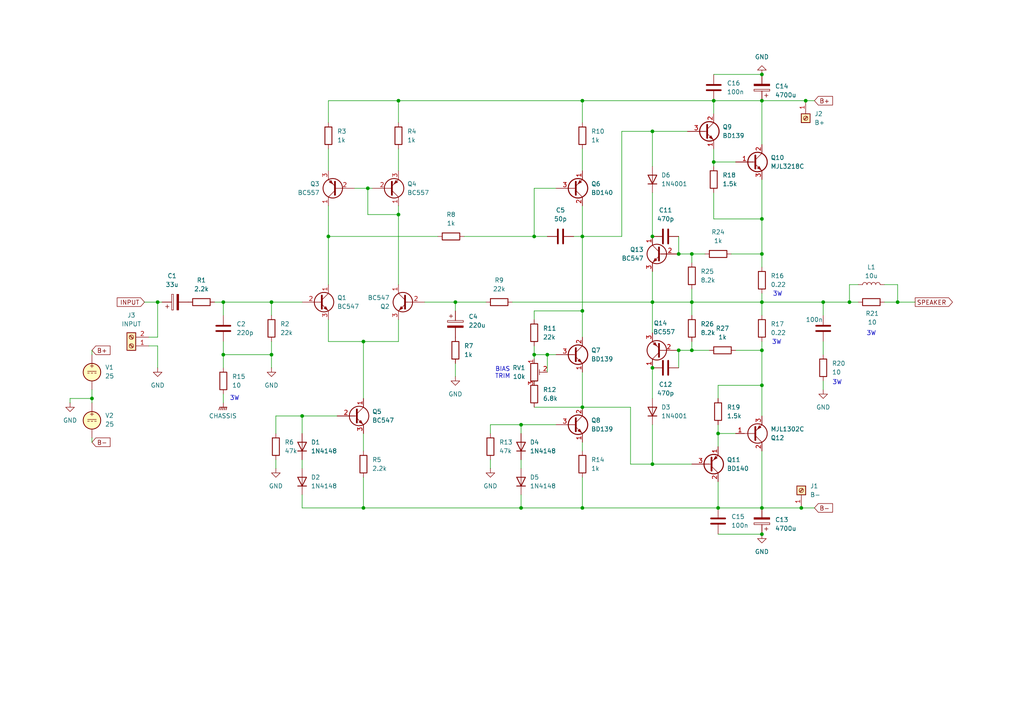
<source format=kicad_sch>
(kicad_sch (version 20231120) (generator "eeschema") (generator_version "8.0")
  (paper "A4")
  (lib_symbols
    (symbol "Connector:Screw_Terminal_01x01" (pin_names (offset 1.016) hide)
      (property "Reference" "J" (at 0 2.54 0))
      (property "Value" "Screw_Terminal_01x01" (at 0 -2.54 0))
      (symbol "Screw_Terminal_01x01_1_1"
        (pin passive line (at -5.08 0 0) (length 3.81) (name "Pin_1") (number "1"))
      )
    )
    (symbol "Connector:Screw_Terminal_01x02" (pin_names (offset 1.016) hide)
      (property "Reference" "J" (at 0 2.54 0))
      (property "Value" "Screw_Terminal_01x02" (at 0 -5.08 0))
      (symbol "Screw_Terminal_01x02_1_1"
        (pin passive line (at -5.08 0 0) (length 3.81) (name "Pin_1") (number "1"))
        (pin passive line (at -5.08 -2.54 0) (length 3.81) (name "Pin_2") (number "2"))
      )
    )
    (symbol "Custom:MJL1302C" (pin_names hide)
      (property "Reference" "Q" (at 3.81 1.016 0))
      (property "Value" "MJL1302C" (at 7.874 -1.27 0))
      (symbol "MJL1302C_1_1"
        (pin input line (at -6.35 0 0) (length 2.54) (name "B") (number "1"))
        (pin open_collector line (at 1.27 5.08 270) (length 2.54) (name "C") (number "2"))
        (pin open_emitter line (at 1.27 -5.08 90) (length 2.54) (name "E") (number "3"))
      )
    )
    (symbol "Custom:MJL3218C" (pin_names hide)
      (property "Reference" "Q" (at 5.842 -2.286 0))
      (property "Value" "MJL3281C" (at 9.906 -4.318 0))
      (property "Sim.Library" "C:\\proj\\classab-amp\\spice\\bjt.mod" (at 0 0 0))
      (property "Sim.Name" "MJL3281C" (at 0 0 0))
      (property "Sim.Device" "NPN" (at 0 0 0))
      (property "Sim.Type" "GUMMELPOON" (at 0 0 0))
      (property "Sim.Pins" "1=C 2=B 3=E" (at 0 0 0))
      (symbol "MJL3218C_1_1"
        (pin passive line (at -5.08 -3.81 0) (length 5.08) (name "B") (number "1"))
        (pin passive line (at 2.54 1.27 270) (length 2.54) (name "C") (number "2"))
        (pin passive line (at 2.54 -8.89 90) (length 2.54) (name "E") (number "3"))
      )
    )
    (symbol "Device:C" (pin_numbers hide) (pin_names (offset 0.254))
      (property "Reference" "C" (at 0.635 2.54 0))
      (property "Value" "C" (at 0.635 -2.54 0))
      (symbol "C_1_1"
        (pin passive line (at 0 3.81 270) (length 2.794) (name "~") (number "1"))
        (pin passive line (at 0 -3.81 90) (length 2.794) (name "~") (number "2"))
      )
    )
    (symbol "Device:C_Polarized" (pin_numbers hide) (pin_names (offset 0.254))
      (property "Reference" "C" (at 0.635 2.54 0))
      (property "Value" "C_Polarized" (at 0.635 -2.54 0))
      (symbol "C_Polarized_1_1"
        (pin passive line (at 0 3.81 270) (length 2.794) (name "~") (number "1"))
        (pin passive line (at 0 -3.81 90) (length 2.794) (name "~") (number "2"))
      )
    )
    (symbol "Device:L" (pin_numbers hide) (pin_names (offset 1.016) hide)
      (property "Reference" "L" (at -1.27 0 90))
      (property "Value" "L" (at 1.905 0 90))
      (symbol "L_1_1"
        (pin passive line (at 0 3.81 270) (length 1.27) (name "1") (number "1"))
        (pin passive line (at 0 -3.81 90) (length 1.27) (name "2") (number "2"))
      )
    )
    (symbol "Device:R" (pin_numbers hide) (pin_names (offset 0))
      (property "Reference" "R" (at 2.032 0 90))
      (property "Value" "R" (at 0 0 90))
      (symbol "R_1_1"
        (pin passive line (at 0 3.81 270) (length 1.27) (name "~") (number "1"))
        (pin passive line (at 0 -3.81 90) (length 1.27) (name "~") (number "2"))
      )
    )
    (symbol "Device:R_Potentiometer_Trim" (pin_names (offset 1.016) hide)
      (property "Reference" "RV" (at -4.445 0 90))
      (property "Value" "R_Potentiometer_Trim" (at -2.54 0 90))
      (symbol "R_Potentiometer_Trim_1_1"
        (pin passive line (at 0 3.81 270) (length 1.27) (name "1") (number "1"))
        (pin passive line (at 3.81 0 180) (length 1.27) (name "2") (number "2"))
        (pin passive line (at 0 -3.81 90) (length 1.27) (name "3") (number "3"))
      )
    )
    (symbol "Diode:1N4001" (pin_numbers hide) (pin_names hide)
      (property "Reference" "D" (at 0 2.54 0))
      (property "Value" "1N4001" (at 0 -2.54 0))
      (symbol "1N4001_1_1"
        (pin passive line (at -3.81 0 0) (length 2.54) (name "K") (number "1"))
        (pin passive line (at 3.81 0 180) (length 2.54) (name "A") (number "2"))
      )
    )
    (symbol "Diode:1N4148" (pin_numbers hide) (pin_names hide)
      (property "Reference" "D" (at 0 2.54 0))
      (property "Value" "1N4148" (at 0 -2.54 0))
      (symbol "1N4148_1_1"
        (pin passive line (at -3.81 0 0) (length 2.54) (name "K") (number "1"))
        (pin passive line (at 3.81 0 180) (length 2.54) (name "A") (number "2"))
      )
    )
    (symbol "Simulation_SPICE:VDC" (pin_numbers hide) (pin_names (offset 0.0254))
      (property "Reference" "V" (at 2.54 2.54 0))
      (property "Value" "1" (at 2.54 0 0))
      (symbol "VDC_0_0"
        (text "+" (at 0 1.905 0) (effects (font (size 1.27 1.27))))
      )
      (symbol "VDC_1_1"
        (pin passive line (at 0 5.08 270) (length 2.54) (name "~") (number "1"))
        (pin passive line (at 0 -5.08 90) (length 2.54) (name "~") (number "2"))
      )
    )
    (symbol "Transistor_BJT:BC547" (pin_names (offset 0) hide)
      (property "Reference" "Q" (at 5.08 1.905 0))
      (property "Value" "BC547" (at 5.08 0 0))
      (symbol "BC547_1_1"
        (pin passive line (at 2.54 5.08 270) (length 2.54) (name "C") (number "1"))
        (pin input line (at -5.08 0 0) (length 5.08) (name "B") (number "2"))
        (pin passive line (at 2.54 -5.08 90) (length 2.54) (name "E") (number "3"))
      )
    )
    (symbol "Transistor_BJT:BC557" (pin_names (offset 0) hide)
      (property "Reference" "Q" (at 5.08 1.905 0))
      (property "Value" "BC557" (at 5.08 0 0))
      (symbol "BC557_1_1"
        (pin passive line (at 2.54 5.08 270) (length 2.54) (name "C") (number "1"))
        (pin input line (at -5.08 0 0) (length 5.715) (name "B") (number "2"))
        (pin passive line (at 2.54 -5.08 90) (length 2.54) (name "E") (number "3"))
      )
    )
    (symbol "Transistor_BJT:BD139" (pin_names (offset 0) hide)
      (property "Reference" "Q" (at 5.08 1.905 0))
      (property "Value" "BD139" (at 5.08 0 0))
      (symbol "BD139_1_1"
        (pin passive line (at 2.54 -5.08 90) (length 2.54) (name "E") (number "1"))
        (pin passive line (at 2.54 5.08 270) (length 2.54) (name "C") (number "2"))
        (pin input line (at -5.08 0 0) (length 5.08) (name "B") (number "3"))
      )
    )
    (symbol "Transistor_BJT:BD140" (pin_names (offset 0) hide)
      (property "Reference" "Q" (at 5.08 1.905 0))
      (property "Value" "BD140" (at 5.08 0 0))
      (symbol "BD140_1_1"
        (pin passive line (at 2.54 -5.08 90) (length 2.54) (name "E") (number "1"))
        (pin passive line (at 2.54 5.08 270) (length 2.54) (name "C") (number "2"))
        (pin input line (at -5.08 0 0) (length 5.08) (name "B") (number "3"))
      )
    )
    (symbol "power:GND" (power) (pin_numbers hide) (pin_names (offset 0) hide)
      (property "Value" "GND" (at 0 -3.81 0))
      (symbol "GND_1_1"
        (pin power_in line (at 0 0 270) (length 0) (name "~") (number "1"))
      )
    )
    (symbol "power:GNDPWR" (power) (pin_numbers hide) (pin_names (offset 0) hide)
      (property "Value" "GNDPWR" (at 0 -3.302 0))
      (symbol "GNDPWR_1_1"
        (pin power_in line (at 0 0 270) (length 0) (name "~") (number "1"))
      )
    )
  )
  (junction (at 151.13 123.19))
  (junction (at 207.01 46.99))
  (junction (at 196.85 73.66))
  (junction (at 200.66 87.63))
  (junction (at 168.91 90.17))
  (junction (at 105.41 147.32))
  (junction (at 232.41 147.32))
  (junction (at 208.28 125.73))
  (junction (at 45.72 87.63))
  (junction (at 220.98 87.63))
  (junction (at 208.28 147.32))
  (junction (at 200.66 101.6))
  (junction (at 115.57 62.23))
  (junction (at 189.23 134.62))
  (junction (at 220.98 111.76))
  (junction (at 189.23 38.1))
  (junction (at 260.35 87.63))
  (junction (at 168.91 68.58))
  (junction (at 189.23 106.68))
  (junction (at 154.94 102.87))
  (junction (at 78.74 87.63))
  (junction (at 200.66 73.66))
  (junction (at 26.67 115.57))
  (junction (at 168.91 147.32))
  (junction (at 189.23 87.63))
  (junction (at 233.68 29.21))
  (junction (at 168.91 29.21))
  (junction (at 95.25 68.58))
  (junction (at 220.98 154.94))
  (junction (at 246.38 87.63))
  (junction (at 196.85 101.6))
  (junction (at 220.98 73.66))
  (junction (at 115.57 29.21))
  (junction (at 220.98 29.21))
  (junction (at 106.68 54.61))
  (junction (at 154.94 68.58))
  (junction (at 220.98 101.6))
  (junction (at 220.98 63.5))
  (junction (at 220.98 21.59))
  (junction (at 105.41 99.06))
  (junction (at 64.77 102.87))
  (junction (at 87.63 120.65))
  (junction (at 158.75 102.87))
  (junction (at 132.08 87.63))
  (junction (at 189.23 68.58))
  (junction (at 220.98 147.32))
  (junction (at 78.74 102.87))
  (junction (at 207.01 29.21))
  (junction (at 168.91 118.11))
  (junction (at 64.77 87.63))
  (junction (at 238.76 87.63))
  (junction (at 151.13 147.32))
  (wire (pts (xy 105.41 125.73) (xy 105.41 130.81)))
  (wire (pts (xy 106.68 54.61) (xy 107.95 54.61)))
  (wire (pts (xy 45.72 100.33) (xy 45.72 106.68)))
  (wire (pts (xy 105.41 147.32) (xy 151.13 147.32)))
  (wire (pts (xy 208.28 147.32) (xy 220.98 147.32)))
  (wire (pts (xy 168.91 35.56) (xy 168.91 29.21)))
  (wire (pts (xy 208.28 154.94) (xy 220.98 154.94)))
  (wire (pts (xy 105.41 147.32) (xy 87.63 147.32)))
  (wire (pts (xy 189.23 55.88) (xy 189.23 68.58)))
  (wire (pts (xy 168.91 107.95) (xy 168.91 118.11)))
  (wire (pts (xy 45.72 87.63) (xy 46.99 87.63)))
  (wire (pts (xy 97.79 120.65) (xy 87.63 120.65)))
  (wire (pts (xy 115.57 62.23) (xy 115.57 82.55)))
  (wire (pts (xy 26.67 115.57) (xy 26.67 116.84)))
  (wire (pts (xy 189.23 78.74) (xy 189.23 87.63)))
  (wire (pts (xy 102.87 54.61) (xy 106.68 54.61)))
  (wire (pts (xy 64.77 87.63) (xy 64.77 91.44)))
  (wire (pts (xy 212.09 73.66) (xy 220.98 73.66)))
  (wire (pts (xy 78.74 87.63) (xy 87.63 87.63)))
  (wire (pts (xy 220.98 63.5) (xy 220.98 73.66)))
  (wire (pts (xy 95.25 29.21) (xy 115.57 29.21)))
  (wire (pts (xy 200.66 99.06) (xy 200.66 101.6)))
  (wire (pts (xy 220.98 87.63) (xy 238.76 87.63)))
  (wire (pts (xy 256.54 82.55) (xy 260.35 82.55)))
  (wire (pts (xy 168.91 29.21) (xy 207.01 29.21)))
  (wire (pts (xy 148.59 87.63) (xy 189.23 87.63)))
  (wire (pts (xy 220.98 87.63) (xy 220.98 91.44)))
  (wire (pts (xy 95.25 35.56) (xy 95.25 29.21)))
  (wire (pts (xy 158.75 102.87) (xy 158.75 107.95)))
  (wire (pts (xy 238.76 110.49) (xy 238.76 113.03)))
  (wire (pts (xy 78.74 102.87) (xy 78.74 99.06)))
  (wire (pts (xy 232.41 147.32) (xy 236.22 147.32)))
  (wire (pts (xy 105.41 99.06) (xy 105.41 115.57)))
  (wire (pts (xy 246.38 82.55) (xy 246.38 87.63)))
  (wire (pts (xy 208.28 111.76) (xy 220.98 111.76)))
  (wire (pts (xy 180.34 38.1) (xy 189.23 38.1)))
  (wire (pts (xy 43.18 97.79) (xy 45.72 97.79)))
  (wire (pts (xy 64.77 102.87) (xy 78.74 102.87)))
  (wire (pts (xy 115.57 59.69) (xy 115.57 62.23)))
  (wire (pts (xy 41.91 87.63) (xy 45.72 87.63)))
  (wire (pts (xy 78.74 102.87) (xy 78.74 106.68)))
  (wire (pts (xy 134.62 68.58) (xy 154.94 68.58)))
  (wire (pts (xy 154.94 100.33) (xy 154.94 102.87)))
  (wire (pts (xy 26.67 101.6) (xy 26.67 102.87)))
  (wire (pts (xy 154.94 104.14) (xy 154.94 102.87)))
  (wire (pts (xy 182.88 134.62) (xy 189.23 134.62)))
  (wire (pts (xy 248.92 82.55) (xy 246.38 82.55)))
  (wire (pts (xy 62.23 87.63) (xy 64.77 87.63)))
  (wire (pts (xy 154.94 90.17) (xy 168.91 90.17)))
  (wire (pts (xy 95.25 43.18) (xy 95.25 49.53)))
  (wire (pts (xy 220.98 29.21) (xy 233.68 29.21)))
  (wire (pts (xy 189.23 106.68) (xy 189.23 115.57)))
  (wire (pts (xy 168.91 138.43) (xy 168.91 147.32)))
  (wire (pts (xy 45.72 87.63) (xy 45.72 97.79)))
  (wire (pts (xy 168.91 90.17) (xy 168.91 97.79)))
  (wire (pts (xy 238.76 99.06) (xy 238.76 102.87)))
  (wire (pts (xy 87.63 143.51) (xy 87.63 147.32)))
  (wire (pts (xy 189.23 134.62) (xy 200.66 134.62)))
  (wire (pts (xy 220.98 101.6) (xy 220.98 111.76)))
  (wire (pts (xy 196.85 101.6) (xy 200.66 101.6)))
  (wire (pts (xy 151.13 143.51) (xy 151.13 147.32)))
  (wire (pts (xy 220.98 130.81) (xy 220.98 147.32)))
  (wire (pts (xy 80.01 120.65) (xy 87.63 120.65)))
  (wire (pts (xy 200.66 73.66) (xy 200.66 76.2)))
  (wire (pts (xy 78.74 87.63) (xy 78.74 91.44)))
  (wire (pts (xy 220.98 73.66) (xy 220.98 77.47)))
  (wire (pts (xy 80.01 125.73) (xy 80.01 120.65)))
  (wire (pts (xy 151.13 133.35) (xy 151.13 135.89)))
  (wire (pts (xy 238.76 87.63) (xy 246.38 87.63)))
  (wire (pts (xy 87.63 133.35) (xy 87.63 135.89)))
  (wire (pts (xy 26.67 127) (xy 26.67 128.27)))
  (wire (pts (xy 168.91 68.58) (xy 168.91 90.17)))
  (wire (pts (xy 189.23 87.63) (xy 189.23 96.52)))
  (wire (pts (xy 26.67 113.03) (xy 26.67 115.57)))
  (wire (pts (xy 207.01 46.99) (xy 207.01 48.26)))
  (wire (pts (xy 196.85 73.66) (xy 200.66 73.66)))
  (wire (pts (xy 154.94 118.11) (xy 168.91 118.11)))
  (wire (pts (xy 95.25 59.69) (xy 95.25 68.58)))
  (wire (pts (xy 154.94 92.71) (xy 154.94 90.17)))
  (wire (pts (xy 207.01 43.18) (xy 207.01 46.99)))
  (wire (pts (xy 260.35 87.63) (xy 265.43 87.63)))
  (wire (pts (xy 132.08 87.63) (xy 132.08 90.17)))
  (wire (pts (xy 43.18 100.33) (xy 45.72 100.33)))
  (wire (pts (xy 168.91 118.11) (xy 182.88 118.11)))
  (wire (pts (xy 208.28 111.76) (xy 208.28 115.57)))
  (wire (pts (xy 260.35 82.55) (xy 260.35 87.63)))
  (wire (pts (xy 168.91 68.58) (xy 180.34 68.58)))
  (wire (pts (xy 220.98 85.09) (xy 220.98 87.63)))
  (wire (pts (xy 208.28 125.73) (xy 213.36 125.73)))
  (wire (pts (xy 208.28 139.7) (xy 208.28 147.32)))
  (wire (pts (xy 123.19 87.63) (xy 132.08 87.63)))
  (wire (pts (xy 105.41 138.43) (xy 105.41 147.32)))
  (wire (pts (xy 189.23 38.1) (xy 199.39 38.1)))
  (wire (pts (xy 182.88 118.11) (xy 182.88 134.62)))
  (wire (pts (xy 20.32 116.84) (xy 20.32 115.57)))
  (wire (pts (xy 189.23 123.19) (xy 189.23 134.62)))
  (wire (pts (xy 196.85 68.58) (xy 196.85 73.66)))
  (wire (pts (xy 115.57 43.18) (xy 115.57 49.53)))
  (wire (pts (xy 168.91 147.32) (xy 151.13 147.32)))
  (wire (pts (xy 168.91 29.21) (xy 115.57 29.21)))
  (wire (pts (xy 95.25 68.58) (xy 95.25 82.55)))
  (wire (pts (xy 200.66 101.6) (xy 205.74 101.6)))
  (wire (pts (xy 208.28 125.73) (xy 208.28 123.19)))
  (wire (pts (xy 220.98 111.76) (xy 220.98 120.65)))
  (wire (pts (xy 200.66 73.66) (xy 204.47 73.66)))
  (wire (pts (xy 20.32 115.57) (xy 26.67 115.57)))
  (wire (pts (xy 207.01 63.5) (xy 220.98 63.5)))
  (wire (pts (xy 168.91 59.69) (xy 168.91 68.58)))
  (wire (pts (xy 154.94 54.61) (xy 161.29 54.61)))
  (wire (pts (xy 105.41 99.06) (xy 115.57 99.06)))
  (wire (pts (xy 132.08 87.63) (xy 140.97 87.63)))
  (wire (pts (xy 64.77 114.3) (xy 64.77 116.84)))
  (wire (pts (xy 154.94 68.58) (xy 158.75 68.58)))
  (wire (pts (xy 132.08 105.41) (xy 132.08 109.22)))
  (wire (pts (xy 196.85 101.6) (xy 196.85 106.68)))
  (wire (pts (xy 166.37 68.58) (xy 168.91 68.58)))
  (wire (pts (xy 180.34 68.58) (xy 180.34 38.1)))
  (wire (pts (xy 200.66 87.63) (xy 220.98 87.63)))
  (wire (pts (xy 95.25 92.71) (xy 95.25 99.06)))
  (wire (pts (xy 161.29 123.19) (xy 151.13 123.19)))
  (wire (pts (xy 213.36 101.6) (xy 220.98 101.6)))
  (wire (pts (xy 189.23 87.63) (xy 200.66 87.63)))
  (wire (pts (xy 168.91 128.27) (xy 168.91 130.81)))
  (wire (pts (xy 256.54 87.63) (xy 260.35 87.63)))
  (wire (pts (xy 64.77 87.63) (xy 78.74 87.63)))
  (wire (pts (xy 154.94 68.58) (xy 154.94 54.61)))
  (wire (pts (xy 233.68 29.21) (xy 236.22 29.21)))
  (wire (pts (xy 154.94 102.87) (xy 158.75 102.87)))
  (wire (pts (xy 154.94 111.76) (xy 154.94 110.49)))
  (wire (pts (xy 168.91 147.32) (xy 208.28 147.32)))
  (wire (pts (xy 220.98 147.32) (xy 232.41 147.32)))
  (wire (pts (xy 168.91 43.18) (xy 168.91 49.53)))
  (wire (pts (xy 115.57 99.06) (xy 115.57 92.71)))
  (wire (pts (xy 220.98 29.21) (xy 220.98 41.91)))
  (wire (pts (xy 200.66 83.82) (xy 200.66 87.63)))
  (wire (pts (xy 200.66 87.63) (xy 200.66 91.44)))
  (wire (pts (xy 208.28 129.54) (xy 208.28 125.73)))
  (wire (pts (xy 87.63 120.65) (xy 87.63 125.73)))
  (wire (pts (xy 95.25 68.58) (xy 127 68.58)))
  (wire (pts (xy 64.77 99.06) (xy 64.77 102.87)))
  (wire (pts (xy 207.01 29.21) (xy 220.98 29.21)))
  (wire (pts (xy 246.38 87.63) (xy 248.92 87.63)))
  (wire (pts (xy 115.57 29.21) (xy 115.57 35.56)))
  (wire (pts (xy 220.98 99.06) (xy 220.98 101.6)))
  (wire (pts (xy 142.24 125.73) (xy 142.24 123.19)))
  (wire (pts (xy 106.68 62.23) (xy 115.57 62.23)))
  (wire (pts (xy 80.01 135.89) (xy 80.01 133.35)))
  (wire (pts (xy 158.75 102.87) (xy 161.29 102.87)))
  (wire (pts (xy 207.01 29.21) (xy 207.01 33.02)))
  (wire (pts (xy 64.77 106.68) (xy 64.77 102.87)))
  (wire (pts (xy 207.01 55.88) (xy 207.01 63.5)))
  (wire (pts (xy 207.01 46.99) (xy 213.36 46.99)))
  (wire (pts (xy 142.24 135.89) (xy 142.24 133.35)))
  (wire (pts (xy 106.68 54.61) (xy 106.68 62.23)))
  (wire (pts (xy 220.98 52.07) (xy 220.98 63.5)))
  (wire (pts (xy 151.13 123.19) (xy 151.13 125.73)))
  (wire (pts (xy 142.24 123.19) (xy 151.13 123.19)))
  (wire (pts (xy 189.23 38.1) (xy 189.23 48.26)))
  (wire (pts (xy 238.76 87.63) (xy 238.76 91.44)))
  (wire (pts (xy 95.25 99.06) (xy 105.41 99.06)))
  (wire (pts (xy 207.01 21.59) (xy 220.98 21.59)))
  (text "3W" (at 242.824 110.998 0) (effects (font (size 1.27 1.27))))
  (text "3W" (at 68.072 115.57 0) (effects (font (size 1.27 1.27))))
  (text "3W" (at 225.552 85.344 0) (effects (font (size 1.27 1.27))))
  (text "BIAS\nTRIM" (at 145.796 108.204 0) (effects (font (size 1.27 1.27))))
  (text "3W" (at 225.298 99.314 0) (effects (font (size 1.27 1.27))))
  (text "3W" (at 252.73 96.774 0) (effects (font (size 1.27 1.27))))
  (global_label "B-" (shape input) (at 236.22 147.32 0) (property "Intersheetrefs" "${INTERSHEET_REFS}" (effects (hide yes))))
  (global_label "B-" (shape input) (at 26.67 128.27 0) (property "Intersheetrefs" "${INTERSHEET_REFS}" (effects (hide yes))))
  (global_label "B+" (shape input) (at 236.22 29.21 0) (property "Intersheetrefs" "${INTERSHEET_REFS}" (effects (hide yes))))
  (global_label "SPEAKER" (shape output) (at 265.43 87.63 0) (property "Intersheetrefs" "${INTERSHEET_REFS}" (effects (hide yes))))
  (global_label "INPUT" (shape input) (at 41.91 87.63 180) (property "Intersheetrefs" "${INTERSHEET_REFS}" (effects (hide yes))))
  (global_label "B+" (shape input) (at 26.67 101.6 0) (property "Intersheetrefs" "${INTERSHEET_REFS}" (effects (hide yes))))
  (symbol (lib_id "Device:R") (at 220.98 81.28 0) (unit 1)
    (property "Reference" "R16" (at 223.52 80.0099 0) (effects (justify left)))
    (property "Value" "0.22" (at 223.52 82.5499 0) (effects (justify left)))
    (property "Footprint" "Resistor_THT:R_Axial_DIN0414_L11.9mm_D4.5mm_P15.24mm_Horizontal" (effects (hide yes)))
    (property "Description" "Resistor" (effects (hide yes)))
  )
  (symbol (lib_id "Transistor_BJT:BD140") (at 166.37 54.61 0) (mirror x) (unit 1)
    (property "Reference" "Q6" (at 171.45 53.3399 0) (effects (justify left)))
    (property "Value" "BD140" (at 171.45 55.8799 0) (effects (justify left)))
    (property "Footprint" "Package_TO_SOT_THT:TO-126-3_Vertical" (effects (hide yes)))
    (property "Datasheet" "http://www.st.com/internet/com/TECHNICAL_RESOURCES/TECHNICAL_LITERATURE/DATASHEET/CD00001225.pdf" (effects (hide yes)))
    (property "Description" "1.5A Ic, 80V Vce, Low Voltage Transistor, TO-126" (effects (hide yes)))
  )
  (symbol (lib_id "Device:C_Polarized") (at 220.98 151.13 180) (unit 1)
    (property "Reference" "C13" (at 224.79 150.7489 0) (effects (justify right)))
    (property "Value" "4700u" (at 224.79 153.2889 0) (effects (justify right)))
    (property "Footprint" "Capacitor_THT:CP_Radial_D18.0mm_P7.50mm" (effects (hide yes)))
    (property "Description" "Polarized capacitor" (effects (hide yes)))
  )
  (symbol (lib_id "Device:C") (at 193.04 106.68 90) (unit 1)
    (property "Reference" "C12" (at 193.04 111.506 90))
    (property "Value" "470p" (at 193.04 114.046 90))
    (property "Footprint" "Capacitor_THT:C_Rect_L7.2mm_W3.0mm_P5.00mm_FKS2_FKP2_MKS2_MKP2" (effects (hide yes)))
    (property "Description" "Unpolarized capacitor" (effects (hide yes)))
  )
  (symbol (lib_id "Device:R") (at 209.55 101.6 90) (unit 1)
    (property "Reference" "R27" (at 209.55 95.25 90))
    (property "Value" "1k" (at 209.55 97.79 90))
    (property "Footprint" "Resistor_THT:R_Axial_DIN0204_L3.6mm_D1.6mm_P7.62mm_Horizontal" (effects (hide yes)))
    (property "Description" "Resistor" (effects (hide yes)))
  )
  (symbol (lib_id "Device:R") (at 200.66 95.25 0) (unit 1)
    (property "Reference" "R26" (at 203.2 93.9799 0) (effects (justify left)))
    (property "Value" "8.2k" (at 203.2 96.5199 0) (effects (justify left)))
    (property "Footprint" "Resistor_THT:R_Axial_DIN0204_L3.6mm_D1.6mm_P7.62mm_Horizontal" (effects (hide yes)))
    (property "Description" "Resistor" (effects (hide yes)))
  )
  (symbol (lib_id "Diode:1N4148") (at 151.13 129.54 90) (unit 1)
    (property "Reference" "D4" (at 153.67 128.2699 90) (effects (justify right)))
    (property "Value" "1N4148" (at 153.67 130.8099 90) (effects (justify right)))
    (property "Footprint" "Diode_THT:D_DO-35_SOD27_P7.62mm_Horizontal" (effects (hide yes)))
    (property "Datasheet" "https://assets.nexperia.com/documents/data-sheet/1N4148_1N4448.pdf" (effects (hide yes)))
    (property "Description" "100V 0.15A standard switching diode, DO-35" (effects (hide yes)))
    (property "Sim.Device" "D" (effects (hide yes)))
    (property "Sim.Pins" "1=K 2=A" (effects (hide yes)))
  )
  (symbol (lib_id "Device:R_Potentiometer_Trim") (at 154.94 107.95 0) (unit 1)
    (property "Reference" "RV1" (at 152.4 106.6799 0) (effects (justify right)))
    (property "Value" "10k" (at 152.4 109.2199 0) (effects (justify right)))
    (property "Footprint" "footprints:TRIM_T93YA103KT20" (effects (hide yes)))
    (property "Description" "Trim-potentiometer" (effects (hide yes)))
  )
  (symbol (lib_id "Custom:MJL1302C") (at 219.71 125.73 0) (mirror x) (unit 1)
    (property "Reference" "Q12" (at 223.52 127.0001 0) (effects (justify left)))
    (property "Value" "MJL1302C" (at 223.52 124.4601 0) (effects (justify left)))
    (property "Footprint" "Package_TO_SOT_THT:TO-264-3_Vertical" (effects (hide yes)))
    (property "Sim.Library" "C:\\proj\\classab-amp\\spice\\bjt.mod" (effects (hide yes)))
    (property "Sim.Name" "MJL1302C" (effects (hide yes)))
    (property "Sim.Device" "PNP" (effects (hide yes)))
    (property "Sim.Type" "GUMMELPOON" (effects (hide yes)))
    (property "Sim.Pins" "1=B 2=C 3=B" (effects (hide yes)))
  )
  (symbol (lib_id "Device:R") (at 220.98 95.25 0) (unit 1)
    (property "Reference" "R17" (at 223.52 93.9799 0) (effects (justify left)))
    (property "Value" "0.22" (at 223.52 96.5199 0) (effects (justify left)))
    (property "Footprint" "Resistor_THT:R_Axial_DIN0414_L11.9mm_D4.5mm_P15.24mm_Horizontal" (effects (hide yes)))
    (property "Description" "Resistor" (effects (hide yes)))
  )
  (symbol (lib_id "Transistor_BJT:BC547") (at 92.71 87.63 0) (unit 1)
    (property "Reference" "Q1" (at 97.79 86.3599 0) (effects (justify left)))
    (property "Value" "BC547" (at 97.79 88.8999 0) (effects (justify left)))
    (property "Footprint" "Package_TO_SOT_THT:TO-92_Inline" (effects (hide yes)))
    (property "Datasheet" "https://www.onsemi.com/pub/Collateral/BC550-D.pdf" (effects (hide yes)))
    (property "Description" "0.1A Ic, 45V Vce, Small Signal NPN Transistor, TO-92" (effects (hide yes)))
    (property "Sim.Library" "C:\\proj\\classab-amp\\spice\\BC547.mod" (effects (hide yes)))
    (property "Sim.Name" "QBC547BP" (effects (hide yes)))
    (property "Sim.Device" "NPN" (effects (hide yes)))
    (property "Sim.Type" "GUMMELPOON" (effects (hide yes)))
    (property "Sim.Pins" "1=C 2=B 3=E" (effects (hide yes)))
  )
  (symbol (lib_id "Diode:1N4001") (at 189.23 52.07 90) (unit 1)
    (property "Reference" "D6" (at 191.77 50.7999 90) (effects (justify right)))
    (property "Value" "1N4001" (at 191.77 53.3399 90) (effects (justify right)))
    (property "Footprint" "Diode_THT:D_DO-41_SOD81_P10.16mm_Horizontal" (effects (hide yes)))
    (property "Datasheet" "http://www.vishay.com/docs/88503/1n4001.pdf" (effects (hide yes)))
    (property "Description" "50V 1A General Purpose Rectifier Diode, DO-41" (effects (hide yes)))
    (property "Sim.Device" "D" (effects (hide yes)))
    (property "Sim.Pins" "1=K 2=A" (effects (hide yes)))
  )
  (symbol (lib_id "Transistor_BJT:BC557") (at 97.79 54.61 180) (unit 1)
    (property "Reference" "Q3" (at 92.71 53.3399 0) (effects (justify left)))
    (property "Value" "BC557" (at 92.71 55.8799 0) (effects (justify left)))
    (property "Footprint" "Package_TO_SOT_THT:TO-92_Inline" (effects (hide yes)))
    (property "Datasheet" "https://www.onsemi.com/pub/Collateral/BC556BTA-D.pdf" (effects (hide yes)))
    (property "Description" "0.1A Ic, 45V Vce, PNP Small Signal Transistor, TO-92" (effects (hide yes)))
    (property "Sim.Library" "C:\\proj\\classab-amp\\spice\\BC557.mod" (effects (hide yes)))
    (property "Sim.Name" "BC557" (effects (hide yes)))
    (property "Sim.Device" "PNP" (effects (hide yes)))
    (property "Sim.Type" "GUMMELPOON" (effects (hide yes)))
    (property "Sim.Pins" "1=C 2=B 3=E" (effects (hide yes)))
  )
  (symbol (lib_id "Device:C") (at 64.77 95.25 0) (unit 1)
    (property "Reference" "C2" (at 68.58 93.9799 0) (effects (justify left)))
    (property "Value" "220p" (at 68.58 96.5199 0) (effects (justify left)))
    (property "Footprint" "Capacitor_THT:C_Rect_L7.2mm_W3.0mm_P5.00mm_FKS2_FKP2_MKS2_MKP2" (effects (hide yes)))
    (property "Description" "Unpolarized capacitor" (effects (hide yes)))
  )
  (symbol (lib_id "Device:R") (at 252.73 87.63 90) (unit 1)
    (property "Reference" "R21" (at 252.984 90.932 90))
    (property "Value" "10" (at 252.984 93.472 90))
    (property "Footprint" "Resistor_THT:R_Axial_DIN0414_L11.9mm_D4.5mm_P15.24mm_Horizontal" (effects (hide yes)))
    (property "Description" "Resistor" (effects (hide yes)))
  )
  (symbol (lib_id "Device:R") (at 80.01 129.54 0) (unit 1)
    (property "Reference" "R6" (at 82.55 128.2699 0) (effects (justify left)))
    (property "Value" "47k" (at 82.55 130.8099 0) (effects (justify left)))
    (property "Footprint" "Resistor_THT:R_Axial_DIN0204_L3.6mm_D1.6mm_P7.62mm_Horizontal" (effects (hide yes)))
    (property "Description" "Resistor" (effects (hide yes)))
  )
  (symbol (lib_id "Device:C") (at 208.28 151.13 0) (unit 1)
    (property "Reference" "C15" (at 212.09 149.8599 0) (effects (justify left)))
    (property "Value" "100n" (at 212.09 152.3999 0) (effects (justify left)))
    (property "Footprint" "Capacitor_THT:C_Rect_L7.2mm_W3.0mm_P5.00mm_FKS2_FKP2_MKS2_MKP2" (effects (hide yes)))
    (property "Description" "Unpolarized capacitor" (effects (hide yes)))
  )
  (symbol (lib_id "Device:R") (at 168.91 134.62 0) (unit 1)
    (property "Reference" "R14" (at 171.45 133.3499 0) (effects (justify left)))
    (property "Value" "1k" (at 171.45 135.8899 0) (effects (justify left)))
    (property "Footprint" "Resistor_THT:R_Axial_DIN0204_L3.6mm_D1.6mm_P7.62mm_Horizontal" (effects (hide yes)))
    (property "Description" "Resistor" (effects (hide yes)))
  )
  (symbol (lib_id "Device:R") (at 144.78 87.63 90) (unit 1)
    (property "Reference" "R9" (at 144.78 81.28 90))
    (property "Value" "22k" (at 144.78 83.82 90))
    (property "Footprint" "Resistor_THT:R_Axial_DIN0204_L3.6mm_D1.6mm_P7.62mm_Horizontal" (effects (hide yes)))
    (property "Description" "Resistor" (effects (hide yes)))
  )
  (symbol (lib_id "Device:R") (at 207.01 52.07 0) (unit 1)
    (property "Reference" "R18" (at 209.55 50.7999 0) (effects (justify left)))
    (property "Value" "1.5k" (at 209.55 53.3399 0) (effects (justify left)))
    (property "Footprint" "Resistor_THT:R_Axial_DIN0204_L3.6mm_D1.6mm_P7.62mm_Horizontal" (effects (hide yes)))
    (property "Description" "Resistor" (effects (hide yes)))
  )
  (symbol (lib_id "Device:R") (at 154.94 96.52 0) (unit 1)
    (property "Reference" "R11" (at 157.48 95.2499 0) (effects (justify left)))
    (property "Value" "22k" (at 157.48 97.7899 0) (effects (justify left)))
    (property "Footprint" "Resistor_THT:R_Axial_DIN0204_L3.6mm_D1.6mm_P7.62mm_Horizontal" (effects (hide yes)))
    (property "Description" "Resistor" (effects (hide yes)))
  )
  (symbol (lib_id "Connector:Screw_Terminal_01x02") (at 38.1 100.33 180) (unit 1)
    (property "Reference" "J3" (at 38.1 91.44 0))
    (property "Value" "INPUT" (at 38.1 93.98 0))
    (property "Footprint" "TerminalBlock_4Ucon:TerminalBlock_4Ucon_1x02_P3.50mm_Horizontal" (effects (hide yes)))
  )
  (symbol (lib_id "Device:R") (at 130.81 68.58 270) (unit 1)
    (property "Reference" "R8" (at 130.81 62.23 90))
    (property "Value" "1k" (at 130.81 64.77 90))
    (property "Footprint" "Resistor_THT:R_Axial_DIN0204_L3.6mm_D1.6mm_P7.62mm_Horizontal" (effects (hide yes)))
    (property "Description" "Resistor" (effects (hide yes)))
  )
  (symbol (lib_id "Transistor_BJT:BD139") (at 204.47 38.1 0) (unit 1)
    (property "Reference" "Q9" (at 209.55 36.8299 0) (effects (justify left)))
    (property "Value" "BD139" (at 209.55 39.3699 0) (effects (justify left)))
    (property "Footprint" "Package_TO_SOT_THT:TO-126-3_Vertical" (effects (hide yes)))
    (property "Datasheet" "http://www.st.com/internet/com/TECHNICAL_RESOURCES/TECHNICAL_LITERATURE/DATASHEET/CD00001225.pdf" (effects (hide yes)))
    (property "Description" "1.5A Ic, 80V Vce, Low Voltage Transistor, TO-126" (effects (hide yes)))
  )
  (symbol (lib_id "Diode:1N4148") (at 87.63 139.7 90) (unit 1)
    (property "Reference" "D2" (at 90.17 138.4299 90) (effects (justify right)))
    (property "Value" "1N4148" (at 90.17 140.9699 90) (effects (justify right)))
    (property "Footprint" "Diode_THT:D_DO-35_SOD27_P7.62mm_Horizontal" (effects (hide yes)))
    (property "Datasheet" "https://assets.nexperia.com/documents/data-sheet/1N4148_1N4448.pdf" (effects (hide yes)))
    (property "Description" "100V 0.15A standard switching diode, DO-35" (effects (hide yes)))
    (property "Sim.Device" "D" (effects (hide yes)))
    (property "Sim.Pins" "1=K 2=A" (effects (hide yes)))
  )
  (symbol (lib_id "Device:R") (at 95.25 39.37 0) (unit 1)
    (property "Reference" "R3" (at 97.79 38.0999 0) (effects (justify left)))
    (property "Value" "1k" (at 97.79 40.6399 0) (effects (justify left)))
    (property "Footprint" "Resistor_THT:R_Axial_DIN0204_L3.6mm_D1.6mm_P7.62mm_Horizontal" (effects (hide yes)))
    (property "Description" "Resistor" (effects (hide yes)))
  )
  (symbol (lib_id "power:GND") (at 78.74 106.68 0) (unit 1)
    (property "Reference" "#PWR01" (effects (hide yes)))
    (property "Value" "GND" (at 78.74 111.76 0))
    (property "Description" "Power symbol creates a global label with name \"GND\" , ground" (effects (hide yes)))
  )
  (symbol (lib_id "Device:R") (at 200.66 80.01 0) (unit 1)
    (property "Reference" "R25" (at 203.2 78.7399 0) (effects (justify left)))
    (property "Value" "8.2k" (at 203.2 81.2799 0) (effects (justify left)))
    (property "Footprint" "Resistor_THT:R_Axial_DIN0204_L3.6mm_D1.6mm_P7.62mm_Horizontal" (effects (hide yes)))
    (property "Description" "Resistor" (effects (hide yes)))
  )
  (symbol (lib_id "Simulation_SPICE:VDC") (at 26.67 107.95 0) (unit 1) (on_board no)
    (property "Reference" "V1" (at 30.48 106.5501 0) (effects (justify left)))
    (property "Value" "25" (at 30.48 109.0901 0) (effects (justify left)))
    (property "Datasheet" "https://ngspice.sourceforge.io/docs/ngspice-html-manual/manual.xhtml#sec_Independent_Sources_for" (effects (hide yes)))
    (property "Description" "Voltage source, DC" (effects (hide yes)))
    (property "Sim.Pins" "1=+ 2=-" (effects (hide yes)))
    (property "Sim.Type" "DC" (effects (hide yes)))
    (property "Sim.Device" "V" (effects (hide yes)))
  )
  (symbol (lib_id "power:GND") (at 142.24 135.89 0) (unit 1)
    (property "Reference" "#PWR04" (effects (hide yes)))
    (property "Value" "GND" (at 142.24 140.97 0))
    (property "Description" "Power symbol creates a global label with name \"GND\" , ground" (effects (hide yes)))
  )
  (symbol (lib_id "Device:R") (at 208.28 73.66 90) (unit 1)
    (property "Reference" "R24" (at 208.28 67.31 90))
    (property "Value" "1k" (at 208.28 69.85 90))
    (property "Footprint" "Resistor_THT:R_Axial_DIN0204_L3.6mm_D1.6mm_P7.62mm_Horizontal" (effects (hide yes)))
    (property "Description" "Resistor" (effects (hide yes)))
  )
  (symbol (lib_id "Device:L") (at 252.73 82.55 90) (unit 1) (on_board no)
    (property "Reference" "L1" (at 252.73 77.47 90))
    (property "Value" "10u" (at 252.73 80.01 90))
    (property "Footprint" "Capacitor_THT:CP_Radial_D4.0mm_P1.50mm" (effects (hide yes)))
    (property "Description" "Inductor" (effects (hide yes)))
  )
  (symbol (lib_id "Custom:MJL3218C") (at 218.44 43.18 0) (unit 1)
    (property "Reference" "Q10" (at 223.52 45.7199 0) (effects (justify left)))
    (property "Value" "MJL3218C" (at 223.52 48.2599 0) (effects (justify left)))
    (property "Footprint" "Package_TO_SOT_THT:TO-264-3_Vertical" (effects (hide yes)))
    (property "Sim.Library" "C:\\proj\\classab-amp\\spice\\bjt.mod" (effects (hide yes)))
    (property "Sim.Name" "MJL3281C" (effects (hide yes)))
    (property "Sim.Device" "NPN" (effects (hide yes)))
    (property "Sim.Type" "GUMMELPOON" (effects (hide yes)))
    (property "Sim.Pins" "1=B 2=C 3=E" (effects (hide yes)))
  )
  (symbol (lib_id "Diode:1N4001") (at 189.23 119.38 90) (unit 1)
    (property "Reference" "D3" (at 191.77 118.1099 90) (effects (justify right)))
    (property "Value" "1N4001" (at 191.77 120.6499 90) (effects (justify right)))
    (property "Footprint" "Diode_THT:D_DO-41_SOD81_P10.16mm_Horizontal" (effects (hide yes)))
    (property "Datasheet" "http://www.vishay.com/docs/88503/1n4001.pdf" (effects (hide yes)))
    (property "Description" "50V 1A General Purpose Rectifier Diode, DO-41" (effects (hide yes)))
    (property "Sim.Device" "D" (effects (hide yes)))
    (property "Sim.Pins" "1=K 2=A" (effects (hide yes)))
  )
  (symbol (lib_id "Device:C") (at 207.01 25.4 0) (unit 1)
    (property "Reference" "C16" (at 210.82 24.1299 0) (effects (justify left)))
    (property "Value" "100n" (at 210.82 26.6699 0) (effects (justify left)))
    (property "Footprint" "Capacitor_THT:C_Rect_L7.2mm_W3.0mm_P5.00mm_FKS2_FKP2_MKS2_MKP2" (effects (hide yes)))
    (property "Description" "Unpolarized capacitor" (effects (hide yes)))
  )
  (symbol (lib_id "Transistor_BJT:BC547") (at 102.87 120.65 0) (unit 1)
    (property "Reference" "Q5" (at 107.95 119.3799 0) (effects (justify left)))
    (property "Value" "BC547" (at 107.95 121.9199 0) (effects (justify left)))
    (property "Footprint" "Package_TO_SOT_THT:TO-92_Inline" (effects (hide yes)))
    (property "Datasheet" "https://www.onsemi.com/pub/Collateral/BC550-D.pdf" (effects (hide yes)))
    (property "Description" "0.1A Ic, 45V Vce, Small Signal NPN Transistor, TO-92" (effects (hide yes)))
    (property "Sim.Library" "C:\\proj\\classab-amp\\spice\\BC547.mod" (effects (hide yes)))
    (property "Sim.Name" "QBC547BP" (effects (hide yes)))
    (property "Sim.Device" "NPN" (effects (hide yes)))
    (property "Sim.Type" "GUMMELPOON" (effects (hide yes)))
    (property "Sim.Pins" "1=C 2=B 3=E" (effects (hide yes)))
  )
  (symbol (lib_id "Device:R") (at 115.57 39.37 0) (unit 1)
    (property "Reference" "R4" (at 118.11 38.0999 0) (effects (justify left)))
    (property "Value" "1k" (at 118.11 40.6399 0) (effects (justify left)))
    (property "Footprint" "Resistor_THT:R_Axial_DIN0204_L3.6mm_D1.6mm_P7.62mm_Horizontal" (effects (hide yes)))
    (property "Description" "Resistor" (effects (hide yes)))
  )
  (symbol (lib_id "Device:R") (at 238.76 106.68 0) (unit 1)
    (property "Reference" "R20" (at 241.3 105.4099 0) (effects (justify left)))
    (property "Value" "10" (at 241.3 107.9499 0) (effects (justify left)))
    (property "Footprint" "Resistor_THT:R_Axial_DIN0414_L11.9mm_D4.5mm_P15.24mm_Horizontal" (effects (hide yes)))
    (property "Description" "Resistor" (effects (hide yes)))
  )
  (symbol (lib_id "Device:C") (at 238.76 95.25 0) (unit 1)
    (property "Reference" "C3" (effects (hide yes)))
    (property "Value" "100n" (at 233.68 92.71 0) (effects (justify left)))
    (property "Footprint" "Capacitor_THT:C_Rect_L7.2mm_W3.0mm_P5.00mm_FKS2_FKP2_MKS2_MKP2" (effects (hide yes)))
    (property "Description" "Unpolarized capacitor" (effects (hide yes)))
  )
  (symbol (lib_id "Device:C") (at 162.56 68.58 90) (unit 1)
    (property "Reference" "C5" (at 162.56 60.96 90))
    (property "Value" "50p" (at 162.56 63.5 90))
    (property "Footprint" "Capacitor_THT:C_Rect_L7.2mm_W3.0mm_P5.00mm_FKS2_FKP2_MKS2_MKP2" (effects (hide yes)))
    (property "Description" "Unpolarized capacitor" (effects (hide yes)))
  )
  (symbol (lib_id "Device:R") (at 154.94 114.3 0) (unit 1)
    (property "Reference" "R12" (at 157.48 113.0299 0) (effects (justify left)))
    (property "Value" "6.8k" (at 157.48 115.5699 0) (effects (justify left)))
    (property "Footprint" "Resistor_THT:R_Axial_DIN0204_L3.6mm_D1.6mm_P7.62mm_Horizontal" (effects (hide yes)))
    (property "Description" "Resistor" (effects (hide yes)))
  )
  (symbol (lib_id "power:GND") (at 238.76 113.03 0) (unit 1)
    (property "Reference" "#PWR05" (effects (hide yes)))
    (property "Value" "GND" (at 238.76 118.11 0))
    (property "Description" "Power symbol creates a global label with name \"GND\" , ground" (effects (hide yes)))
  )
  (symbol (lib_id "Device:C_Polarized") (at 50.8 87.63 90) (unit 1)
    (property "Reference" "C1" (at 49.911 80.01 90))
    (property "Value" "33u" (at 49.911 82.55 90))
    (property "Footprint" "Capacitor_THT:CP_Radial_D4.0mm_P1.50mm" (effects (hide yes)))
    (property "Description" "Polarized capacitor" (effects (hide yes)))
  )
  (symbol (lib_id "Device:R") (at 132.08 101.6 180) (unit 1)
    (property "Reference" "R7" (at 134.62 100.3299 0) (effects (justify right)))
    (property "Value" "1k" (at 134.62 102.8699 0) (effects (justify right)))
    (property "Footprint" "Resistor_THT:R_Axial_DIN0204_L3.6mm_D1.6mm_P7.62mm_Horizontal" (effects (hide yes)))
    (property "Description" "Resistor" (effects (hide yes)))
  )
  (symbol (lib_id "Device:R") (at 168.91 39.37 0) (unit 1)
    (property "Reference" "R10" (at 171.45 38.0999 0) (effects (justify left)))
    (property "Value" "1k" (at 171.45 40.6399 0) (effects (justify left)))
    (property "Footprint" "Resistor_THT:R_Axial_DIN0204_L3.6mm_D1.6mm_P7.62mm_Horizontal" (effects (hide yes)))
    (property "Description" "Resistor" (effects (hide yes)))
  )
  (symbol (lib_id "Device:R") (at 58.42 87.63 90) (unit 1)
    (property "Reference" "R1" (at 58.42 81.28 90))
    (property "Value" "2.2k" (at 58.42 83.82 90))
    (property "Footprint" "Resistor_THT:R_Axial_DIN0204_L3.6mm_D1.6mm_P7.62mm_Horizontal" (effects (hide yes)))
    (property "Description" "Resistor" (effects (hide yes)))
  )
  (symbol (lib_id "Device:R") (at 105.41 134.62 0) (unit 1)
    (property "Reference" "R5" (at 107.95 133.3499 0) (effects (justify left)))
    (property "Value" "2.2k" (at 107.95 135.8899 0) (effects (justify left)))
    (property "Footprint" "Resistor_THT:R_Axial_DIN0204_L3.6mm_D1.6mm_P7.62mm_Horizontal" (effects (hide yes)))
    (property "Description" "Resistor" (effects (hide yes)))
  )
  (symbol (lib_id "Device:R") (at 208.28 119.38 0) (unit 1)
    (property "Reference" "R19" (at 210.82 118.1099 0) (effects (justify left)))
    (property "Value" "1.5k" (at 210.82 120.6499 0) (effects (justify left)))
    (property "Footprint" "Resistor_THT:R_Axial_DIN0204_L3.6mm_D1.6mm_P7.62mm_Horizontal" (effects (hide yes)))
    (property "Description" "Resistor" (effects (hide yes)))
  )
  (symbol (lib_id "power:GND") (at 80.01 135.89 0) (unit 1)
    (property "Reference" "#PWR02" (effects (hide yes)))
    (property "Value" "GND" (at 80.01 140.97 0))
    (property "Description" "Power symbol creates a global label with name \"GND\" , ground" (effects (hide yes)))
  )
  (symbol (lib_id "Device:C_Polarized") (at 220.98 25.4 180) (unit 1)
    (property "Reference" "C14" (at 224.79 25.0189 0) (effects (justify right)))
    (property "Value" "4700u" (at 224.79 27.5589 0) (effects (justify right)))
    (property "Footprint" "Capacitor_THT:CP_Radial_D18.0mm_P7.50mm" (effects (hide yes)))
    (property "Description" "Polarized capacitor" (effects (hide yes)))
  )
  (symbol (lib_id "power:GND") (at 220.98 21.59 180) (unit 1)
    (property "Reference" "#PWR010" (effects (hide yes)))
    (property "Value" "GND" (at 220.98 16.51 0))
    (property "Description" "Power symbol creates a global label with name \"GND\" , ground" (effects (hide yes)))
  )
  (symbol (lib_id "power:GND") (at 220.98 154.94 0) (unit 1)
    (property "Reference" "#PWR09" (effects (hide yes)))
    (property "Value" "GND" (at 220.98 160.02 0))
    (property "Description" "Power symbol creates a global label with name \"GND\" , ground" (effects (hide yes)))
  )
  (symbol (lib_id "Transistor_BJT:BC557") (at 113.03 54.61 0) (mirror x) (unit 1)
    (property "Reference" "Q4" (at 118.11 53.3399 0) (effects (justify left)))
    (property "Value" "BC557" (at 118.11 55.8799 0) (effects (justify left)))
    (property "Footprint" "Package_TO_SOT_THT:TO-92_Inline" (effects (hide yes)))
    (property "Datasheet" "https://www.onsemi.com/pub/Collateral/BC556BTA-D.pdf" (effects (hide yes)))
    (property "Description" "0.1A Ic, 45V Vce, PNP Small Signal Transistor, TO-92" (effects (hide yes)))
    (property "Sim.Library" "C:\\proj\\classab-amp\\spice\\BC557.mod" (effects (hide yes)))
    (property "Sim.Name" "BC557" (effects (hide yes)))
    (property "Sim.Device" "PNP" (effects (hide yes)))
    (property "Sim.Type" "GUMMELPOON" (effects (hide yes)))
    (property "Sim.Pins" "1=C 2=B 3=E" (effects (hide yes)))
  )
  (symbol (lib_id "Device:R") (at 64.77 110.49 180) (unit 1)
    (property "Reference" "R15" (at 67.31 109.2199 0) (effects (justify right)))
    (property "Value" "10" (at 67.31 111.7599 0) (effects (justify right)))
    (property "Footprint" "Resistor_THT:R_Axial_DIN0414_L11.9mm_D4.5mm_P15.24mm_Horizontal" (effects (hide yes)))
    (property "Description" "Resistor" (effects (hide yes)))
  )
  (symbol (lib_id "Connector:Screw_Terminal_01x01") (at 232.41 142.24 90) (unit 1)
    (property "Reference" "J1" (at 234.95 140.9699 90) (effects (justify right)))
    (property "Value" "B-" (at 234.95 143.5099 90) (effects (justify right)))
    (property "Footprint" "TerminalBlock_Phoenix:TerminalBlock_Phoenix_MKDS-1,5-2-5.08_1x02_P5.08mm_Horizontal" (effects (hide yes)))
    (property "Description" "Generic screw terminal, single row, 01x01, script generated (kicad-library-utils/schlib/autogen/connector/)" (effects (hide yes)))
  )
  (symbol (lib_id "Device:R") (at 78.74 95.25 0) (unit 1)
    (property "Reference" "R2" (at 81.28 93.9799 0) (effects (justify left)))
    (property "Value" "22k" (at 81.28 96.5199 0) (effects (justify left)))
    (property "Footprint" "Resistor_THT:R_Axial_DIN0204_L3.6mm_D1.6mm_P7.62mm_Horizontal" (effects (hide yes)))
    (property "Description" "Resistor" (effects (hide yes)))
  )
  (symbol (lib_id "Transistor_BJT:BC547") (at 191.77 73.66 0) (mirror y) (unit 1)
    (property "Reference" "Q13" (at 186.69 72.3899 0) (effects (justify left)))
    (property "Value" "BC547" (at 186.69 74.9299 0) (effects (justify left)))
    (property "Footprint" "Package_TO_SOT_THT:TO-92_Inline" (effects (hide yes)))
    (property "Datasheet" "https://www.onsemi.com/pub/Collateral/BC550-D.pdf" (effects (hide yes)))
    (property "Description" "0.1A Ic, 45V Vce, Small Signal NPN Transistor, TO-92" (effects (hide yes)))
    (property "Sim.Library" "C:\\proj\\classab-amp\\spice\\BC547.mod" (effects (hide yes)))
    (property "Sim.Name" "QBC547BP" (effects (hide yes)))
    (property "Sim.Device" "NPN" (effects (hide yes)))
    (property "Sim.Type" "GUMMELPOON" (effects (hide yes)))
    (property "Sim.Pins" "1=C 2=B 3=E" (effects (hide yes)))
  )
  (symbol (lib_id "power:GND") (at 45.72 106.68 0) (unit 1)
    (property "Reference" "#PWR06" (effects (hide yes)))
    (property "Value" "GND" (at 45.72 111.76 0))
    (property "Description" "Power symbol creates a global label with name \"GND\" , ground" (effects (hide yes)))
  )
  (symbol (lib_id "power:GND") (at 132.08 109.22 0) (unit 1)
    (property "Reference" "#PWR03" (effects (hide yes)))
    (property "Value" "GND" (at 132.08 114.3 0))
    (property "Description" "Power symbol creates a global label with name \"GND\" , ground" (effects (hide yes)))
  )
  (symbol (lib_id "power:GND") (at 20.32 116.84 0) (unit 1)
    (property "Reference" "#PWR08" (effects (hide yes)))
    (property "Value" "GND" (at 20.32 121.92 0))
    (property "Description" "Power symbol creates a global label with name \"GND\" , ground" (effects (hide yes)))
  )
  (symbol (lib_id "Diode:1N4148") (at 151.13 139.7 90) (unit 1)
    (property "Reference" "D5" (at 153.67 138.4299 90) (effects (justify right)))
    (property "Value" "1N4148" (at 153.67 140.9699 90) (effects (justify right)))
    (property "Footprint" "Diode_THT:D_DO-35_SOD27_P7.62mm_Horizontal" (effects (hide yes)))
    (property "Datasheet" "https://assets.nexperia.com/documents/data-sheet/1N4148_1N4448.pdf" (effects (hide yes)))
    (property "Description" "100V 0.15A standard switching diode, DO-35" (effects (hide yes)))
    (property "Sim.Device" "D" (effects (hide yes)))
    (property "Sim.Pins" "1=K 2=A" (effects (hide yes)))
  )
  (symbol (lib_id "Device:C_Polarized") (at 132.08 93.98 0) (unit 1)
    (property "Reference" "C4" (at 135.89 91.8209 0) (effects (justify left)))
    (property "Value" "220u" (at 135.89 94.3609 0) (effects (justify left)))
    (property "Footprint" "Capacitor_THT:CP_Radial_D4.0mm_P1.50mm" (effects (hide yes)))
    (property "Description" "Polarized capacitor" (effects (hide yes)))
  )
  (symbol (lib_id "Diode:1N4148") (at 87.63 129.54 90) (unit 1)
    (property "Reference" "D1" (at 90.17 128.2699 90) (effects (justify right)))
    (property "Value" "1N4148" (at 90.17 130.8099 90) (effects (justify right)))
    (property "Footprint" "Diode_THT:D_DO-35_SOD27_P7.62mm_Horizontal" (effects (hide yes)))
    (property "Datasheet" "https://assets.nexperia.com/documents/data-sheet/1N4148_1N4448.pdf" (effects (hide yes)))
    (property "Description" "100V 0.15A standard switching diode, DO-35" (effects (hide yes)))
    (property "Sim.Device" "D" (effects (hide yes)))
    (property "Sim.Pins" "1=K 2=A" (effects (hide yes)))
  )
  (symbol (lib_id "Device:C") (at 193.04 68.58 90) (unit 1)
    (property "Reference" "C11" (at 193.04 60.96 90))
    (property "Value" "470p" (at 193.04 63.5 90))
    (property "Footprint" "Capacitor_THT:C_Rect_L7.2mm_W3.0mm_P5.00mm_FKS2_FKP2_MKS2_MKP2" (effects (hide yes)))
    (property "Description" "Unpolarized capacitor" (effects (hide yes)))
  )
  (symbol (lib_id "Transistor_BJT:BD139") (at 166.37 123.19 0) (unit 1)
    (property "Reference" "Q8" (at 171.45 121.9199 0) (effects (justify left)))
    (property "Value" "BD139" (at 171.45 124.4599 0) (effects (justify left)))
    (property "Footprint" "Package_TO_SOT_THT:TO-126-3_Vertical" (effects (hide yes)))
    (property "Datasheet" "http://www.st.com/internet/com/TECHNICAL_RESOURCES/TECHNICAL_LITERATURE/DATASHEET/CD00001225.pdf" (effects (hide yes)))
    (property "Description" "1.5A Ic, 80V Vce, Low Voltage Transistor, TO-126" (effects (hide yes)))
  )
  (symbol (lib_id "Connector:Screw_Terminal_01x01") (at 233.68 34.29 270) (unit 1)
    (property "Reference" "J2" (at 236.22 33.0199 90) (effects (justify left)))
    (property "Value" "B+" (at 236.22 35.5599 90) (effects (justify left)))
    (property "Description" "Generic screw terminal, single row, 01x01, script generated (kicad-library-utils/schlib/autogen/connector/)" (effects (hide yes)))
  )
  (symbol (lib_id "Transistor_BJT:BD140") (at 205.74 134.62 0) (mirror x) (unit 1)
    (property "Reference" "Q11" (at 210.82 133.3499 0) (effects (justify left)))
    (property "Value" "BD140" (at 210.82 135.8899 0) (effects (justify left)))
    (property "Footprint" "Package_TO_SOT_THT:TO-126-3_Vertical" (effects (hide yes)))
    (property "Datasheet" "http://www.st.com/internet/com/TECHNICAL_RESOURCES/TECHNICAL_LITERATURE/DATASHEET/CD00001225.pdf" (effects (hide yes)))
    (property "Description" "1.5A Ic, 80V Vce, Low Voltage Transistor, TO-126" (effects (hide yes)))
  )
  (symbol (lib_id "Simulation_SPICE:VDC") (at 26.67 121.92 0) (unit 1) (on_board no)
    (property "Reference" "V2" (at 30.48 120.5201 0) (effects (justify left)))
    (property "Value" "25" (at 30.48 123.0601 0) (effects (justify left)))
    (property "Datasheet" "https://ngspice.sourceforge.io/docs/ngspice-html-manual/manual.xhtml#sec_Independent_Sources_for" (effects (hide yes)))
    (property "Description" "Voltage source, DC" (effects (hide yes)))
    (property "Sim.Pins" "1=+ 2=-" (effects (hide yes)))
    (property "Sim.Type" "DC" (effects (hide yes)))
    (property "Sim.Device" "V" (effects (hide yes)))
  )
  (symbol (lib_id "power:GNDPWR") (at 64.77 116.84 0) (unit 1)
    (property "Reference" "#PWR011" (effects (hide yes)))
    (property "Value" "CHASSIS" (at 64.643 120.65 0))
    (property "Description" "Power symbol creates a global label with name \"GNDPWR\" , global ground" (effects (hide yes)))
  )
  (symbol (lib_id "Transistor_BJT:BD139") (at 166.37 102.87 0) (unit 1)
    (property "Reference" "Q7" (at 171.45 101.5999 0) (effects (justify left)))
    (property "Value" "BD139" (at 171.45 104.1399 0) (effects (justify left)))
    (property "Footprint" "Package_TO_SOT_THT:TO-126-3_Vertical" (effects (hide yes)))
    (property "Datasheet" "http://www.st.com/internet/com/TECHNICAL_RESOURCES/TECHNICAL_LITERATURE/DATASHEET/CD00001225.pdf" (effects (hide yes)))
    (property "Description" "1.5A Ic, 80V Vce, Low Voltage Transistor, TO-126" (effects (hide yes)))
  )
  (symbol (lib_id "Transistor_BJT:BC547") (at 118.11 87.63 0) (mirror y) (unit 1)
    (property "Reference" "Q2" (at 113.03 88.9001 0) (effects (justify left)))
    (property "Value" "BC547" (at 113.03 86.3601 0) (effects (justify left)))
    (property "Footprint" "Package_TO_SOT_THT:TO-92_Inline" (effects (hide yes)))
    (property "Datasheet" "https://www.onsemi.com/pub/Collateral/BC550-D.pdf" (effects (hide yes)))
    (property "Description" "0.1A Ic, 45V Vce, Small Signal NPN Transistor, TO-92" (effects (hide yes)))
    (property "Sim.Library" "C:\\proj\\classab-amp\\spice\\BC547.mod" (effects (hide yes)))
    (property "Sim.Name" "QBC547BP" (effects (hide yes)))
    (property "Sim.Device" "NPN" (effects (hide yes)))
    (property "Sim.Type" "GUMMELPOON" (effects (hide yes)))
    (property "Sim.Pins" "1=C 2=B 3=E" (effects (hide yes)))
  )
  (symbol (lib_id "Transistor_BJT:BC557") (at 191.77 101.6 180) (unit 1)
    (property "Reference" "Q14" (at 193.548 93.726 0) (effects (justify left)))
    (property "Value" "BC557" (at 195.834 96.266 0) (effects (justify left)))
    (property "Footprint" "Package_TO_SOT_THT:TO-92_Inline" (effects (hide yes)))
    (property "Datasheet" "https://www.onsemi.com/pub/Collateral/BC556BTA-D.pdf" (effects (hide yes)))
    (property "Description" "0.1A Ic, 45V Vce, PNP Small Signal Transistor, TO-92" (effects (hide yes)))
    (property "Sim.Library" "C:\\proj\\classab-amp\\spice\\BC557.mod" (effects (hide yes)))
    (property "Sim.Name" "BC557" (effects (hide yes)))
    (property "Sim.Device" "PNP" (effects (hide yes)))
    (property "Sim.Type" "GUMMELPOON" (effects (hide yes)))
    (property "Sim.Pins" "1=C 2=B 3=E" (effects (hide yes)))
  )
  (symbol (lib_id "Device:R") (at 142.24 129.54 0) (unit 1)
    (property "Reference" "R13" (at 144.78 128.2699 0) (effects (justify left)))
    (property "Value" "47k" (at 144.78 130.8099 0) (effects (justify left)))
    (property "Footprint" "Resistor_THT:R_Axial_DIN0204_L3.6mm_D1.6mm_P7.62mm_Horizontal" (effects (hide yes)))
    (property "Description" "Resistor" (effects (hide yes)))
  )
)
</source>
